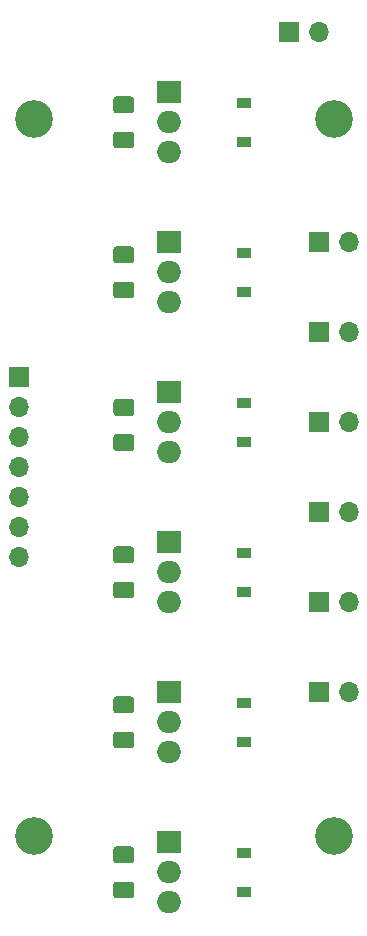
<source format=gbr>
G04 #@! TF.GenerationSoftware,KiCad,Pcbnew,(5.1.4)-1*
G04 #@! TF.CreationDate,2020-11-11T12:39:36-07:00*
G04 #@! TF.ProjectId,ABSIS_Solenoid_Driver_Accessory,41425349-535f-4536-9f6c-656e6f69645f,1*
G04 #@! TF.SameCoordinates,Original*
G04 #@! TF.FileFunction,Soldermask,Top*
G04 #@! TF.FilePolarity,Negative*
%FSLAX46Y46*%
G04 Gerber Fmt 4.6, Leading zero omitted, Abs format (unit mm)*
G04 Created by KiCad (PCBNEW (5.1.4)-1) date 2020-11-11 12:39:36*
%MOMM*%
%LPD*%
G04 APERTURE LIST*
%ADD10C,3.200000*%
%ADD11R,1.200000X0.900000*%
%ADD12R,1.700000X1.700000*%
%ADD13O,1.700000X1.700000*%
%ADD14O,2.000000X1.905000*%
%ADD15R,2.000000X1.905000*%
%ADD16C,0.100000*%
%ADD17C,1.425000*%
G04 APERTURE END LIST*
D10*
X160020000Y-120142000D03*
X134620000Y-120142000D03*
X134620000Y-59436000D03*
X160020000Y-59436000D03*
D11*
X152400000Y-61340000D03*
X152400000Y-58040000D03*
X152400000Y-74040000D03*
X152400000Y-70740000D03*
X152400000Y-86740000D03*
X152400000Y-83440000D03*
X152400000Y-96140000D03*
X152400000Y-99440000D03*
X152400000Y-108840000D03*
X152400000Y-112140000D03*
X152400000Y-121540000D03*
X152400000Y-124840000D03*
D12*
X156210000Y-52070000D03*
D13*
X158750000Y-52070000D03*
D12*
X133350000Y-81280000D03*
D13*
X133350000Y-83820000D03*
X133350000Y-86360000D03*
X133350000Y-88900000D03*
X133350000Y-91440000D03*
X133350000Y-93980000D03*
X133350000Y-96520000D03*
X161290000Y-69850000D03*
D12*
X158750000Y-69850000D03*
X158750000Y-77470000D03*
D13*
X161290000Y-77470000D03*
X161290000Y-85090000D03*
D12*
X158750000Y-85090000D03*
X158750000Y-92710000D03*
D13*
X161290000Y-92710000D03*
X161290000Y-100330000D03*
D12*
X158750000Y-100330000D03*
X158750000Y-107950000D03*
D13*
X161290000Y-107950000D03*
D14*
X146050000Y-62230000D03*
X146050000Y-59690000D03*
D15*
X146050000Y-57150000D03*
D14*
X146050000Y-74930000D03*
X146050000Y-72390000D03*
D15*
X146050000Y-69850000D03*
X146050000Y-82550000D03*
D14*
X146050000Y-85090000D03*
X146050000Y-87630000D03*
X146050000Y-100330000D03*
X146050000Y-97790000D03*
D15*
X146050000Y-95250000D03*
X146050000Y-107950000D03*
D14*
X146050000Y-110490000D03*
X146050000Y-113030000D03*
D15*
X146050000Y-120650000D03*
D14*
X146050000Y-123190000D03*
X146050000Y-125730000D03*
D16*
G36*
X142889504Y-57491204D02*
G01*
X142913773Y-57494804D01*
X142937571Y-57500765D01*
X142960671Y-57509030D01*
X142982849Y-57519520D01*
X143003893Y-57532133D01*
X143023598Y-57546747D01*
X143041777Y-57563223D01*
X143058253Y-57581402D01*
X143072867Y-57601107D01*
X143085480Y-57622151D01*
X143095970Y-57644329D01*
X143104235Y-57667429D01*
X143110196Y-57691227D01*
X143113796Y-57715496D01*
X143115000Y-57740000D01*
X143115000Y-58665000D01*
X143113796Y-58689504D01*
X143110196Y-58713773D01*
X143104235Y-58737571D01*
X143095970Y-58760671D01*
X143085480Y-58782849D01*
X143072867Y-58803893D01*
X143058253Y-58823598D01*
X143041777Y-58841777D01*
X143023598Y-58858253D01*
X143003893Y-58872867D01*
X142982849Y-58885480D01*
X142960671Y-58895970D01*
X142937571Y-58904235D01*
X142913773Y-58910196D01*
X142889504Y-58913796D01*
X142865000Y-58915000D01*
X141615000Y-58915000D01*
X141590496Y-58913796D01*
X141566227Y-58910196D01*
X141542429Y-58904235D01*
X141519329Y-58895970D01*
X141497151Y-58885480D01*
X141476107Y-58872867D01*
X141456402Y-58858253D01*
X141438223Y-58841777D01*
X141421747Y-58823598D01*
X141407133Y-58803893D01*
X141394520Y-58782849D01*
X141384030Y-58760671D01*
X141375765Y-58737571D01*
X141369804Y-58713773D01*
X141366204Y-58689504D01*
X141365000Y-58665000D01*
X141365000Y-57740000D01*
X141366204Y-57715496D01*
X141369804Y-57691227D01*
X141375765Y-57667429D01*
X141384030Y-57644329D01*
X141394520Y-57622151D01*
X141407133Y-57601107D01*
X141421747Y-57581402D01*
X141438223Y-57563223D01*
X141456402Y-57546747D01*
X141476107Y-57532133D01*
X141497151Y-57519520D01*
X141519329Y-57509030D01*
X141542429Y-57500765D01*
X141566227Y-57494804D01*
X141590496Y-57491204D01*
X141615000Y-57490000D01*
X142865000Y-57490000D01*
X142889504Y-57491204D01*
X142889504Y-57491204D01*
G37*
D17*
X142240000Y-58202500D03*
D16*
G36*
X142889504Y-60466204D02*
G01*
X142913773Y-60469804D01*
X142937571Y-60475765D01*
X142960671Y-60484030D01*
X142982849Y-60494520D01*
X143003893Y-60507133D01*
X143023598Y-60521747D01*
X143041777Y-60538223D01*
X143058253Y-60556402D01*
X143072867Y-60576107D01*
X143085480Y-60597151D01*
X143095970Y-60619329D01*
X143104235Y-60642429D01*
X143110196Y-60666227D01*
X143113796Y-60690496D01*
X143115000Y-60715000D01*
X143115000Y-61640000D01*
X143113796Y-61664504D01*
X143110196Y-61688773D01*
X143104235Y-61712571D01*
X143095970Y-61735671D01*
X143085480Y-61757849D01*
X143072867Y-61778893D01*
X143058253Y-61798598D01*
X143041777Y-61816777D01*
X143023598Y-61833253D01*
X143003893Y-61847867D01*
X142982849Y-61860480D01*
X142960671Y-61870970D01*
X142937571Y-61879235D01*
X142913773Y-61885196D01*
X142889504Y-61888796D01*
X142865000Y-61890000D01*
X141615000Y-61890000D01*
X141590496Y-61888796D01*
X141566227Y-61885196D01*
X141542429Y-61879235D01*
X141519329Y-61870970D01*
X141497151Y-61860480D01*
X141476107Y-61847867D01*
X141456402Y-61833253D01*
X141438223Y-61816777D01*
X141421747Y-61798598D01*
X141407133Y-61778893D01*
X141394520Y-61757849D01*
X141384030Y-61735671D01*
X141375765Y-61712571D01*
X141369804Y-61688773D01*
X141366204Y-61664504D01*
X141365000Y-61640000D01*
X141365000Y-60715000D01*
X141366204Y-60690496D01*
X141369804Y-60666227D01*
X141375765Y-60642429D01*
X141384030Y-60619329D01*
X141394520Y-60597151D01*
X141407133Y-60576107D01*
X141421747Y-60556402D01*
X141438223Y-60538223D01*
X141456402Y-60521747D01*
X141476107Y-60507133D01*
X141497151Y-60494520D01*
X141519329Y-60484030D01*
X141542429Y-60475765D01*
X141566227Y-60469804D01*
X141590496Y-60466204D01*
X141615000Y-60465000D01*
X142865000Y-60465000D01*
X142889504Y-60466204D01*
X142889504Y-60466204D01*
G37*
D17*
X142240000Y-61177500D03*
D16*
G36*
X142889504Y-73166204D02*
G01*
X142913773Y-73169804D01*
X142937571Y-73175765D01*
X142960671Y-73184030D01*
X142982849Y-73194520D01*
X143003893Y-73207133D01*
X143023598Y-73221747D01*
X143041777Y-73238223D01*
X143058253Y-73256402D01*
X143072867Y-73276107D01*
X143085480Y-73297151D01*
X143095970Y-73319329D01*
X143104235Y-73342429D01*
X143110196Y-73366227D01*
X143113796Y-73390496D01*
X143115000Y-73415000D01*
X143115000Y-74340000D01*
X143113796Y-74364504D01*
X143110196Y-74388773D01*
X143104235Y-74412571D01*
X143095970Y-74435671D01*
X143085480Y-74457849D01*
X143072867Y-74478893D01*
X143058253Y-74498598D01*
X143041777Y-74516777D01*
X143023598Y-74533253D01*
X143003893Y-74547867D01*
X142982849Y-74560480D01*
X142960671Y-74570970D01*
X142937571Y-74579235D01*
X142913773Y-74585196D01*
X142889504Y-74588796D01*
X142865000Y-74590000D01*
X141615000Y-74590000D01*
X141590496Y-74588796D01*
X141566227Y-74585196D01*
X141542429Y-74579235D01*
X141519329Y-74570970D01*
X141497151Y-74560480D01*
X141476107Y-74547867D01*
X141456402Y-74533253D01*
X141438223Y-74516777D01*
X141421747Y-74498598D01*
X141407133Y-74478893D01*
X141394520Y-74457849D01*
X141384030Y-74435671D01*
X141375765Y-74412571D01*
X141369804Y-74388773D01*
X141366204Y-74364504D01*
X141365000Y-74340000D01*
X141365000Y-73415000D01*
X141366204Y-73390496D01*
X141369804Y-73366227D01*
X141375765Y-73342429D01*
X141384030Y-73319329D01*
X141394520Y-73297151D01*
X141407133Y-73276107D01*
X141421747Y-73256402D01*
X141438223Y-73238223D01*
X141456402Y-73221747D01*
X141476107Y-73207133D01*
X141497151Y-73194520D01*
X141519329Y-73184030D01*
X141542429Y-73175765D01*
X141566227Y-73169804D01*
X141590496Y-73166204D01*
X141615000Y-73165000D01*
X142865000Y-73165000D01*
X142889504Y-73166204D01*
X142889504Y-73166204D01*
G37*
D17*
X142240000Y-73877500D03*
D16*
G36*
X142889504Y-70191204D02*
G01*
X142913773Y-70194804D01*
X142937571Y-70200765D01*
X142960671Y-70209030D01*
X142982849Y-70219520D01*
X143003893Y-70232133D01*
X143023598Y-70246747D01*
X143041777Y-70263223D01*
X143058253Y-70281402D01*
X143072867Y-70301107D01*
X143085480Y-70322151D01*
X143095970Y-70344329D01*
X143104235Y-70367429D01*
X143110196Y-70391227D01*
X143113796Y-70415496D01*
X143115000Y-70440000D01*
X143115000Y-71365000D01*
X143113796Y-71389504D01*
X143110196Y-71413773D01*
X143104235Y-71437571D01*
X143095970Y-71460671D01*
X143085480Y-71482849D01*
X143072867Y-71503893D01*
X143058253Y-71523598D01*
X143041777Y-71541777D01*
X143023598Y-71558253D01*
X143003893Y-71572867D01*
X142982849Y-71585480D01*
X142960671Y-71595970D01*
X142937571Y-71604235D01*
X142913773Y-71610196D01*
X142889504Y-71613796D01*
X142865000Y-71615000D01*
X141615000Y-71615000D01*
X141590496Y-71613796D01*
X141566227Y-71610196D01*
X141542429Y-71604235D01*
X141519329Y-71595970D01*
X141497151Y-71585480D01*
X141476107Y-71572867D01*
X141456402Y-71558253D01*
X141438223Y-71541777D01*
X141421747Y-71523598D01*
X141407133Y-71503893D01*
X141394520Y-71482849D01*
X141384030Y-71460671D01*
X141375765Y-71437571D01*
X141369804Y-71413773D01*
X141366204Y-71389504D01*
X141365000Y-71365000D01*
X141365000Y-70440000D01*
X141366204Y-70415496D01*
X141369804Y-70391227D01*
X141375765Y-70367429D01*
X141384030Y-70344329D01*
X141394520Y-70322151D01*
X141407133Y-70301107D01*
X141421747Y-70281402D01*
X141438223Y-70263223D01*
X141456402Y-70246747D01*
X141476107Y-70232133D01*
X141497151Y-70219520D01*
X141519329Y-70209030D01*
X141542429Y-70200765D01*
X141566227Y-70194804D01*
X141590496Y-70191204D01*
X141615000Y-70190000D01*
X142865000Y-70190000D01*
X142889504Y-70191204D01*
X142889504Y-70191204D01*
G37*
D17*
X142240000Y-70902500D03*
D16*
G36*
X142889504Y-83108704D02*
G01*
X142913773Y-83112304D01*
X142937571Y-83118265D01*
X142960671Y-83126530D01*
X142982849Y-83137020D01*
X143003893Y-83149633D01*
X143023598Y-83164247D01*
X143041777Y-83180723D01*
X143058253Y-83198902D01*
X143072867Y-83218607D01*
X143085480Y-83239651D01*
X143095970Y-83261829D01*
X143104235Y-83284929D01*
X143110196Y-83308727D01*
X143113796Y-83332996D01*
X143115000Y-83357500D01*
X143115000Y-84282500D01*
X143113796Y-84307004D01*
X143110196Y-84331273D01*
X143104235Y-84355071D01*
X143095970Y-84378171D01*
X143085480Y-84400349D01*
X143072867Y-84421393D01*
X143058253Y-84441098D01*
X143041777Y-84459277D01*
X143023598Y-84475753D01*
X143003893Y-84490367D01*
X142982849Y-84502980D01*
X142960671Y-84513470D01*
X142937571Y-84521735D01*
X142913773Y-84527696D01*
X142889504Y-84531296D01*
X142865000Y-84532500D01*
X141615000Y-84532500D01*
X141590496Y-84531296D01*
X141566227Y-84527696D01*
X141542429Y-84521735D01*
X141519329Y-84513470D01*
X141497151Y-84502980D01*
X141476107Y-84490367D01*
X141456402Y-84475753D01*
X141438223Y-84459277D01*
X141421747Y-84441098D01*
X141407133Y-84421393D01*
X141394520Y-84400349D01*
X141384030Y-84378171D01*
X141375765Y-84355071D01*
X141369804Y-84331273D01*
X141366204Y-84307004D01*
X141365000Y-84282500D01*
X141365000Y-83357500D01*
X141366204Y-83332996D01*
X141369804Y-83308727D01*
X141375765Y-83284929D01*
X141384030Y-83261829D01*
X141394520Y-83239651D01*
X141407133Y-83218607D01*
X141421747Y-83198902D01*
X141438223Y-83180723D01*
X141456402Y-83164247D01*
X141476107Y-83149633D01*
X141497151Y-83137020D01*
X141519329Y-83126530D01*
X141542429Y-83118265D01*
X141566227Y-83112304D01*
X141590496Y-83108704D01*
X141615000Y-83107500D01*
X142865000Y-83107500D01*
X142889504Y-83108704D01*
X142889504Y-83108704D01*
G37*
D17*
X142240000Y-83820000D03*
D16*
G36*
X142889504Y-86083704D02*
G01*
X142913773Y-86087304D01*
X142937571Y-86093265D01*
X142960671Y-86101530D01*
X142982849Y-86112020D01*
X143003893Y-86124633D01*
X143023598Y-86139247D01*
X143041777Y-86155723D01*
X143058253Y-86173902D01*
X143072867Y-86193607D01*
X143085480Y-86214651D01*
X143095970Y-86236829D01*
X143104235Y-86259929D01*
X143110196Y-86283727D01*
X143113796Y-86307996D01*
X143115000Y-86332500D01*
X143115000Y-87257500D01*
X143113796Y-87282004D01*
X143110196Y-87306273D01*
X143104235Y-87330071D01*
X143095970Y-87353171D01*
X143085480Y-87375349D01*
X143072867Y-87396393D01*
X143058253Y-87416098D01*
X143041777Y-87434277D01*
X143023598Y-87450753D01*
X143003893Y-87465367D01*
X142982849Y-87477980D01*
X142960671Y-87488470D01*
X142937571Y-87496735D01*
X142913773Y-87502696D01*
X142889504Y-87506296D01*
X142865000Y-87507500D01*
X141615000Y-87507500D01*
X141590496Y-87506296D01*
X141566227Y-87502696D01*
X141542429Y-87496735D01*
X141519329Y-87488470D01*
X141497151Y-87477980D01*
X141476107Y-87465367D01*
X141456402Y-87450753D01*
X141438223Y-87434277D01*
X141421747Y-87416098D01*
X141407133Y-87396393D01*
X141394520Y-87375349D01*
X141384030Y-87353171D01*
X141375765Y-87330071D01*
X141369804Y-87306273D01*
X141366204Y-87282004D01*
X141365000Y-87257500D01*
X141365000Y-86332500D01*
X141366204Y-86307996D01*
X141369804Y-86283727D01*
X141375765Y-86259929D01*
X141384030Y-86236829D01*
X141394520Y-86214651D01*
X141407133Y-86193607D01*
X141421747Y-86173902D01*
X141438223Y-86155723D01*
X141456402Y-86139247D01*
X141476107Y-86124633D01*
X141497151Y-86112020D01*
X141519329Y-86101530D01*
X141542429Y-86093265D01*
X141566227Y-86087304D01*
X141590496Y-86083704D01*
X141615000Y-86082500D01*
X142865000Y-86082500D01*
X142889504Y-86083704D01*
X142889504Y-86083704D01*
G37*
D17*
X142240000Y-86795000D03*
D16*
G36*
X142889504Y-98566204D02*
G01*
X142913773Y-98569804D01*
X142937571Y-98575765D01*
X142960671Y-98584030D01*
X142982849Y-98594520D01*
X143003893Y-98607133D01*
X143023598Y-98621747D01*
X143041777Y-98638223D01*
X143058253Y-98656402D01*
X143072867Y-98676107D01*
X143085480Y-98697151D01*
X143095970Y-98719329D01*
X143104235Y-98742429D01*
X143110196Y-98766227D01*
X143113796Y-98790496D01*
X143115000Y-98815000D01*
X143115000Y-99740000D01*
X143113796Y-99764504D01*
X143110196Y-99788773D01*
X143104235Y-99812571D01*
X143095970Y-99835671D01*
X143085480Y-99857849D01*
X143072867Y-99878893D01*
X143058253Y-99898598D01*
X143041777Y-99916777D01*
X143023598Y-99933253D01*
X143003893Y-99947867D01*
X142982849Y-99960480D01*
X142960671Y-99970970D01*
X142937571Y-99979235D01*
X142913773Y-99985196D01*
X142889504Y-99988796D01*
X142865000Y-99990000D01*
X141615000Y-99990000D01*
X141590496Y-99988796D01*
X141566227Y-99985196D01*
X141542429Y-99979235D01*
X141519329Y-99970970D01*
X141497151Y-99960480D01*
X141476107Y-99947867D01*
X141456402Y-99933253D01*
X141438223Y-99916777D01*
X141421747Y-99898598D01*
X141407133Y-99878893D01*
X141394520Y-99857849D01*
X141384030Y-99835671D01*
X141375765Y-99812571D01*
X141369804Y-99788773D01*
X141366204Y-99764504D01*
X141365000Y-99740000D01*
X141365000Y-98815000D01*
X141366204Y-98790496D01*
X141369804Y-98766227D01*
X141375765Y-98742429D01*
X141384030Y-98719329D01*
X141394520Y-98697151D01*
X141407133Y-98676107D01*
X141421747Y-98656402D01*
X141438223Y-98638223D01*
X141456402Y-98621747D01*
X141476107Y-98607133D01*
X141497151Y-98594520D01*
X141519329Y-98584030D01*
X141542429Y-98575765D01*
X141566227Y-98569804D01*
X141590496Y-98566204D01*
X141615000Y-98565000D01*
X142865000Y-98565000D01*
X142889504Y-98566204D01*
X142889504Y-98566204D01*
G37*
D17*
X142240000Y-99277500D03*
D16*
G36*
X142889504Y-95591204D02*
G01*
X142913773Y-95594804D01*
X142937571Y-95600765D01*
X142960671Y-95609030D01*
X142982849Y-95619520D01*
X143003893Y-95632133D01*
X143023598Y-95646747D01*
X143041777Y-95663223D01*
X143058253Y-95681402D01*
X143072867Y-95701107D01*
X143085480Y-95722151D01*
X143095970Y-95744329D01*
X143104235Y-95767429D01*
X143110196Y-95791227D01*
X143113796Y-95815496D01*
X143115000Y-95840000D01*
X143115000Y-96765000D01*
X143113796Y-96789504D01*
X143110196Y-96813773D01*
X143104235Y-96837571D01*
X143095970Y-96860671D01*
X143085480Y-96882849D01*
X143072867Y-96903893D01*
X143058253Y-96923598D01*
X143041777Y-96941777D01*
X143023598Y-96958253D01*
X143003893Y-96972867D01*
X142982849Y-96985480D01*
X142960671Y-96995970D01*
X142937571Y-97004235D01*
X142913773Y-97010196D01*
X142889504Y-97013796D01*
X142865000Y-97015000D01*
X141615000Y-97015000D01*
X141590496Y-97013796D01*
X141566227Y-97010196D01*
X141542429Y-97004235D01*
X141519329Y-96995970D01*
X141497151Y-96985480D01*
X141476107Y-96972867D01*
X141456402Y-96958253D01*
X141438223Y-96941777D01*
X141421747Y-96923598D01*
X141407133Y-96903893D01*
X141394520Y-96882849D01*
X141384030Y-96860671D01*
X141375765Y-96837571D01*
X141369804Y-96813773D01*
X141366204Y-96789504D01*
X141365000Y-96765000D01*
X141365000Y-95840000D01*
X141366204Y-95815496D01*
X141369804Y-95791227D01*
X141375765Y-95767429D01*
X141384030Y-95744329D01*
X141394520Y-95722151D01*
X141407133Y-95701107D01*
X141421747Y-95681402D01*
X141438223Y-95663223D01*
X141456402Y-95646747D01*
X141476107Y-95632133D01*
X141497151Y-95619520D01*
X141519329Y-95609030D01*
X141542429Y-95600765D01*
X141566227Y-95594804D01*
X141590496Y-95591204D01*
X141615000Y-95590000D01*
X142865000Y-95590000D01*
X142889504Y-95591204D01*
X142889504Y-95591204D01*
G37*
D17*
X142240000Y-96302500D03*
D16*
G36*
X142889504Y-108291204D02*
G01*
X142913773Y-108294804D01*
X142937571Y-108300765D01*
X142960671Y-108309030D01*
X142982849Y-108319520D01*
X143003893Y-108332133D01*
X143023598Y-108346747D01*
X143041777Y-108363223D01*
X143058253Y-108381402D01*
X143072867Y-108401107D01*
X143085480Y-108422151D01*
X143095970Y-108444329D01*
X143104235Y-108467429D01*
X143110196Y-108491227D01*
X143113796Y-108515496D01*
X143115000Y-108540000D01*
X143115000Y-109465000D01*
X143113796Y-109489504D01*
X143110196Y-109513773D01*
X143104235Y-109537571D01*
X143095970Y-109560671D01*
X143085480Y-109582849D01*
X143072867Y-109603893D01*
X143058253Y-109623598D01*
X143041777Y-109641777D01*
X143023598Y-109658253D01*
X143003893Y-109672867D01*
X142982849Y-109685480D01*
X142960671Y-109695970D01*
X142937571Y-109704235D01*
X142913773Y-109710196D01*
X142889504Y-109713796D01*
X142865000Y-109715000D01*
X141615000Y-109715000D01*
X141590496Y-109713796D01*
X141566227Y-109710196D01*
X141542429Y-109704235D01*
X141519329Y-109695970D01*
X141497151Y-109685480D01*
X141476107Y-109672867D01*
X141456402Y-109658253D01*
X141438223Y-109641777D01*
X141421747Y-109623598D01*
X141407133Y-109603893D01*
X141394520Y-109582849D01*
X141384030Y-109560671D01*
X141375765Y-109537571D01*
X141369804Y-109513773D01*
X141366204Y-109489504D01*
X141365000Y-109465000D01*
X141365000Y-108540000D01*
X141366204Y-108515496D01*
X141369804Y-108491227D01*
X141375765Y-108467429D01*
X141384030Y-108444329D01*
X141394520Y-108422151D01*
X141407133Y-108401107D01*
X141421747Y-108381402D01*
X141438223Y-108363223D01*
X141456402Y-108346747D01*
X141476107Y-108332133D01*
X141497151Y-108319520D01*
X141519329Y-108309030D01*
X141542429Y-108300765D01*
X141566227Y-108294804D01*
X141590496Y-108291204D01*
X141615000Y-108290000D01*
X142865000Y-108290000D01*
X142889504Y-108291204D01*
X142889504Y-108291204D01*
G37*
D17*
X142240000Y-109002500D03*
D16*
G36*
X142889504Y-111266204D02*
G01*
X142913773Y-111269804D01*
X142937571Y-111275765D01*
X142960671Y-111284030D01*
X142982849Y-111294520D01*
X143003893Y-111307133D01*
X143023598Y-111321747D01*
X143041777Y-111338223D01*
X143058253Y-111356402D01*
X143072867Y-111376107D01*
X143085480Y-111397151D01*
X143095970Y-111419329D01*
X143104235Y-111442429D01*
X143110196Y-111466227D01*
X143113796Y-111490496D01*
X143115000Y-111515000D01*
X143115000Y-112440000D01*
X143113796Y-112464504D01*
X143110196Y-112488773D01*
X143104235Y-112512571D01*
X143095970Y-112535671D01*
X143085480Y-112557849D01*
X143072867Y-112578893D01*
X143058253Y-112598598D01*
X143041777Y-112616777D01*
X143023598Y-112633253D01*
X143003893Y-112647867D01*
X142982849Y-112660480D01*
X142960671Y-112670970D01*
X142937571Y-112679235D01*
X142913773Y-112685196D01*
X142889504Y-112688796D01*
X142865000Y-112690000D01*
X141615000Y-112690000D01*
X141590496Y-112688796D01*
X141566227Y-112685196D01*
X141542429Y-112679235D01*
X141519329Y-112670970D01*
X141497151Y-112660480D01*
X141476107Y-112647867D01*
X141456402Y-112633253D01*
X141438223Y-112616777D01*
X141421747Y-112598598D01*
X141407133Y-112578893D01*
X141394520Y-112557849D01*
X141384030Y-112535671D01*
X141375765Y-112512571D01*
X141369804Y-112488773D01*
X141366204Y-112464504D01*
X141365000Y-112440000D01*
X141365000Y-111515000D01*
X141366204Y-111490496D01*
X141369804Y-111466227D01*
X141375765Y-111442429D01*
X141384030Y-111419329D01*
X141394520Y-111397151D01*
X141407133Y-111376107D01*
X141421747Y-111356402D01*
X141438223Y-111338223D01*
X141456402Y-111321747D01*
X141476107Y-111307133D01*
X141497151Y-111294520D01*
X141519329Y-111284030D01*
X141542429Y-111275765D01*
X141566227Y-111269804D01*
X141590496Y-111266204D01*
X141615000Y-111265000D01*
X142865000Y-111265000D01*
X142889504Y-111266204D01*
X142889504Y-111266204D01*
G37*
D17*
X142240000Y-111977500D03*
D16*
G36*
X142889504Y-123966204D02*
G01*
X142913773Y-123969804D01*
X142937571Y-123975765D01*
X142960671Y-123984030D01*
X142982849Y-123994520D01*
X143003893Y-124007133D01*
X143023598Y-124021747D01*
X143041777Y-124038223D01*
X143058253Y-124056402D01*
X143072867Y-124076107D01*
X143085480Y-124097151D01*
X143095970Y-124119329D01*
X143104235Y-124142429D01*
X143110196Y-124166227D01*
X143113796Y-124190496D01*
X143115000Y-124215000D01*
X143115000Y-125140000D01*
X143113796Y-125164504D01*
X143110196Y-125188773D01*
X143104235Y-125212571D01*
X143095970Y-125235671D01*
X143085480Y-125257849D01*
X143072867Y-125278893D01*
X143058253Y-125298598D01*
X143041777Y-125316777D01*
X143023598Y-125333253D01*
X143003893Y-125347867D01*
X142982849Y-125360480D01*
X142960671Y-125370970D01*
X142937571Y-125379235D01*
X142913773Y-125385196D01*
X142889504Y-125388796D01*
X142865000Y-125390000D01*
X141615000Y-125390000D01*
X141590496Y-125388796D01*
X141566227Y-125385196D01*
X141542429Y-125379235D01*
X141519329Y-125370970D01*
X141497151Y-125360480D01*
X141476107Y-125347867D01*
X141456402Y-125333253D01*
X141438223Y-125316777D01*
X141421747Y-125298598D01*
X141407133Y-125278893D01*
X141394520Y-125257849D01*
X141384030Y-125235671D01*
X141375765Y-125212571D01*
X141369804Y-125188773D01*
X141366204Y-125164504D01*
X141365000Y-125140000D01*
X141365000Y-124215000D01*
X141366204Y-124190496D01*
X141369804Y-124166227D01*
X141375765Y-124142429D01*
X141384030Y-124119329D01*
X141394520Y-124097151D01*
X141407133Y-124076107D01*
X141421747Y-124056402D01*
X141438223Y-124038223D01*
X141456402Y-124021747D01*
X141476107Y-124007133D01*
X141497151Y-123994520D01*
X141519329Y-123984030D01*
X141542429Y-123975765D01*
X141566227Y-123969804D01*
X141590496Y-123966204D01*
X141615000Y-123965000D01*
X142865000Y-123965000D01*
X142889504Y-123966204D01*
X142889504Y-123966204D01*
G37*
D17*
X142240000Y-124677500D03*
D16*
G36*
X142889504Y-120991204D02*
G01*
X142913773Y-120994804D01*
X142937571Y-121000765D01*
X142960671Y-121009030D01*
X142982849Y-121019520D01*
X143003893Y-121032133D01*
X143023598Y-121046747D01*
X143041777Y-121063223D01*
X143058253Y-121081402D01*
X143072867Y-121101107D01*
X143085480Y-121122151D01*
X143095970Y-121144329D01*
X143104235Y-121167429D01*
X143110196Y-121191227D01*
X143113796Y-121215496D01*
X143115000Y-121240000D01*
X143115000Y-122165000D01*
X143113796Y-122189504D01*
X143110196Y-122213773D01*
X143104235Y-122237571D01*
X143095970Y-122260671D01*
X143085480Y-122282849D01*
X143072867Y-122303893D01*
X143058253Y-122323598D01*
X143041777Y-122341777D01*
X143023598Y-122358253D01*
X143003893Y-122372867D01*
X142982849Y-122385480D01*
X142960671Y-122395970D01*
X142937571Y-122404235D01*
X142913773Y-122410196D01*
X142889504Y-122413796D01*
X142865000Y-122415000D01*
X141615000Y-122415000D01*
X141590496Y-122413796D01*
X141566227Y-122410196D01*
X141542429Y-122404235D01*
X141519329Y-122395970D01*
X141497151Y-122385480D01*
X141476107Y-122372867D01*
X141456402Y-122358253D01*
X141438223Y-122341777D01*
X141421747Y-122323598D01*
X141407133Y-122303893D01*
X141394520Y-122282849D01*
X141384030Y-122260671D01*
X141375765Y-122237571D01*
X141369804Y-122213773D01*
X141366204Y-122189504D01*
X141365000Y-122165000D01*
X141365000Y-121240000D01*
X141366204Y-121215496D01*
X141369804Y-121191227D01*
X141375765Y-121167429D01*
X141384030Y-121144329D01*
X141394520Y-121122151D01*
X141407133Y-121101107D01*
X141421747Y-121081402D01*
X141438223Y-121063223D01*
X141456402Y-121046747D01*
X141476107Y-121032133D01*
X141497151Y-121019520D01*
X141519329Y-121009030D01*
X141542429Y-121000765D01*
X141566227Y-120994804D01*
X141590496Y-120991204D01*
X141615000Y-120990000D01*
X142865000Y-120990000D01*
X142889504Y-120991204D01*
X142889504Y-120991204D01*
G37*
D17*
X142240000Y-121702500D03*
M02*

</source>
